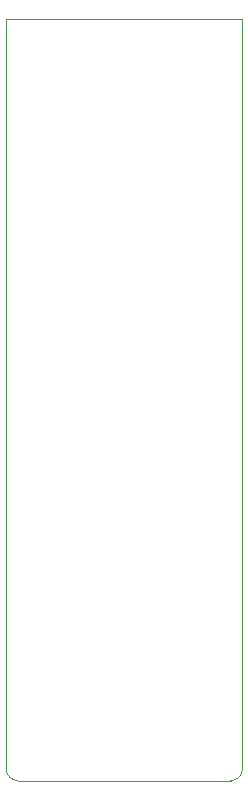
<source format=gbr>
%TF.GenerationSoftware,KiCad,Pcbnew,8.0.5*%
%TF.CreationDate,2024-09-18T17:55:33-04:00*%
%TF.ProjectId,cadence sensor,63616465-6e63-4652-9073-656e736f722e,rev?*%
%TF.SameCoordinates,Original*%
%TF.FileFunction,Profile,NP*%
%FSLAX46Y46*%
G04 Gerber Fmt 4.6, Leading zero omitted, Abs format (unit mm)*
G04 Created by KiCad (PCBNEW 8.0.5) date 2024-09-18 17:55:33*
%MOMM*%
%LPD*%
G01*
G04 APERTURE LIST*
%TA.AperFunction,Profile*%
%ADD10C,0.050000*%
%TD*%
G04 APERTURE END LIST*
D10*
X60000000Y-108500000D02*
G75*
G02*
X59000000Y-109500000I-1000000J0D01*
G01*
X41000000Y-109500000D02*
G75*
G02*
X40000000Y-108500000I0J1000000D01*
G01*
X41000000Y-109500000D02*
X59000000Y-109500000D01*
X60000000Y-45000000D02*
X40000000Y-45000000D01*
X60000000Y-108500000D02*
X60000000Y-45000000D01*
X40000000Y-45000000D02*
X40000000Y-108500000D01*
M02*

</source>
